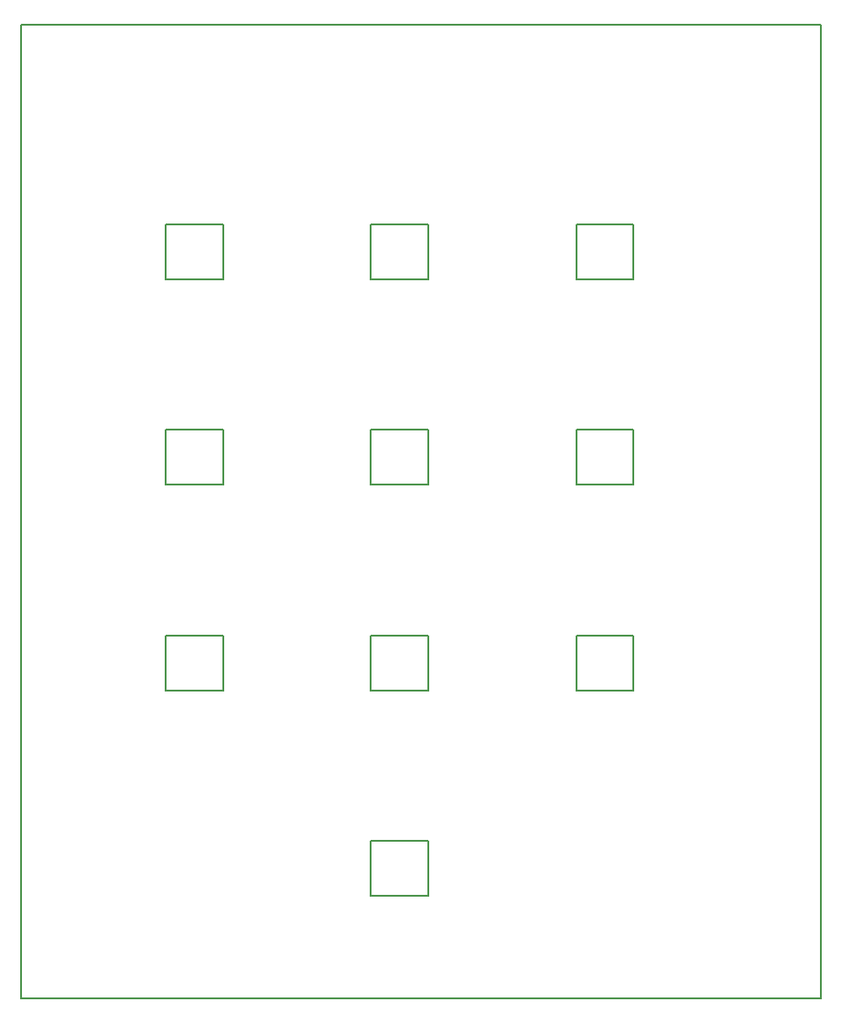
<source format=gbr>
G04 #@! TF.FileFunction,Profile,NP*
%FSLAX46Y46*%
G04 Gerber Fmt 4.6, Leading zero omitted, Abs format (unit mm)*
G04 Created by KiCad (PCBNEW 4.0.5-e0-6337~49~ubuntu16.04.1) date Tue Jan  3 12:00:36 2017*
%MOMM*%
%LPD*%
G01*
G04 APERTURE LIST*
%ADD10C,0.100000*%
%ADD11C,0.150000*%
G04 APERTURE END LIST*
D10*
D11*
X110700000Y-123800000D02*
X110700000Y-33800000D01*
X184700000Y-123800000D02*
X110700000Y-123800000D01*
X184700000Y-33800000D02*
X184700000Y-123800000D01*
X110700000Y-33800000D02*
X184700000Y-33800000D01*
X162100000Y-71200000D02*
X167400000Y-71200000D01*
X167400000Y-76300000D02*
X162100000Y-76300000D01*
X162100000Y-71200000D02*
X162100000Y-76300000D01*
X167400000Y-71200000D02*
X167400000Y-76300000D01*
X143100000Y-71200000D02*
X148400000Y-71200000D01*
X148400000Y-76300000D02*
X143100000Y-76300000D01*
X143100000Y-71200000D02*
X143100000Y-76300000D01*
X148400000Y-71200000D02*
X148400000Y-76300000D01*
X124100000Y-71200000D02*
X129400000Y-71200000D01*
X129400000Y-76300000D02*
X124100000Y-76300000D01*
X124100000Y-71200000D02*
X124100000Y-76300000D01*
X129400000Y-71200000D02*
X129400000Y-76300000D01*
X124100000Y-52200000D02*
X129400000Y-52200000D01*
X129400000Y-57300000D02*
X124100000Y-57300000D01*
X124100000Y-52200000D02*
X124100000Y-57300000D01*
X129400000Y-52200000D02*
X129400000Y-57300000D01*
X143100000Y-52200000D02*
X148400000Y-52200000D01*
X148400000Y-57300000D02*
X143100000Y-57300000D01*
X143100000Y-52200000D02*
X143100000Y-57300000D01*
X148400000Y-52200000D02*
X148400000Y-57300000D01*
X162100000Y-52200000D02*
X167400000Y-52200000D01*
X167400000Y-57300000D02*
X162100000Y-57300000D01*
X162100000Y-52200000D02*
X162100000Y-57300000D01*
X167400000Y-52200000D02*
X167400000Y-57300000D01*
X162100000Y-90200000D02*
X167400000Y-90200000D01*
X167400000Y-95300000D02*
X162100000Y-95300000D01*
X162100000Y-90200000D02*
X162100000Y-95300000D01*
X167400000Y-90200000D02*
X167400000Y-95300000D01*
X143100000Y-90200000D02*
X148400000Y-90200000D01*
X148400000Y-95300000D02*
X143100000Y-95300000D01*
X143100000Y-90200000D02*
X143100000Y-95300000D01*
X148400000Y-90200000D02*
X148400000Y-95300000D01*
X124100000Y-90200000D02*
X129400000Y-90200000D01*
X129400000Y-95300000D02*
X124100000Y-95300000D01*
X124100000Y-90200000D02*
X124100000Y-95300000D01*
X129400000Y-90200000D02*
X129400000Y-95300000D01*
X143100000Y-109200000D02*
X148400000Y-109200000D01*
X148400000Y-114300000D02*
X143100000Y-114300000D01*
X143100000Y-109200000D02*
X143100000Y-114300000D01*
X148400000Y-109200000D02*
X148400000Y-114300000D01*
M02*

</source>
